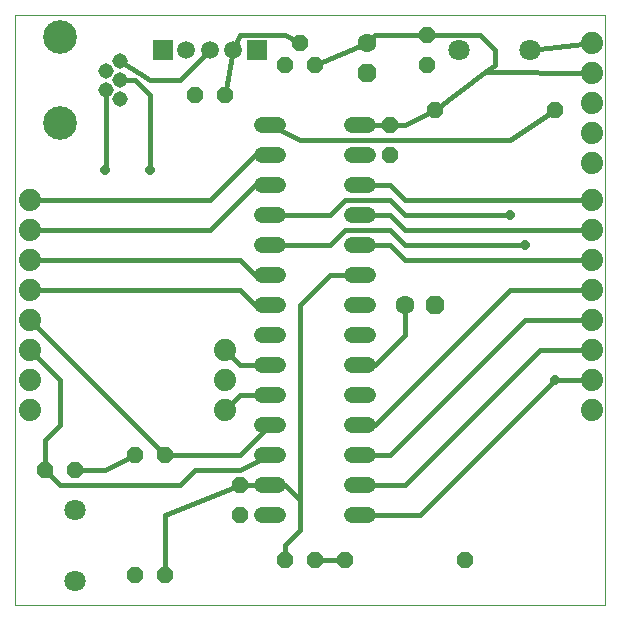
<source format=gtl>
G75*
%MOIN*%
%OFA0B0*%
%FSLAX25Y25*%
%IPPOS*%
%LPD*%
%AMOC8*
5,1,8,0,0,1.08239X$1,22.5*
%
%ADD10C,0.00000*%
%ADD11C,0.07400*%
%ADD12OC8,0.05200*%
%ADD13C,0.06300*%
%ADD14OC8,0.06300*%
%ADD15C,0.05150*%
%ADD16C,0.11220*%
%ADD17C,0.07087*%
%ADD18C,0.05200*%
%ADD19C,0.05937*%
%ADD20R,0.07087X0.07087*%
%ADD21C,0.01600*%
%ADD22OC8,0.03169*%
D10*
X0001800Y0001800D02*
X0001800Y0198650D01*
X0198650Y0198650D01*
X0198650Y0001800D01*
X0001800Y0001800D01*
D11*
X0006800Y0066800D03*
X0006800Y0076800D03*
X0006800Y0086800D03*
X0006800Y0096800D03*
X0006800Y0106800D03*
X0006800Y0116800D03*
X0006800Y0126800D03*
X0006800Y0136800D03*
X0071800Y0086800D03*
X0071800Y0076800D03*
X0071800Y0066800D03*
X0194300Y0066800D03*
X0194300Y0076800D03*
X0194300Y0086800D03*
X0194300Y0096800D03*
X0194300Y0106800D03*
X0194300Y0116800D03*
X0194300Y0126800D03*
X0194300Y0136800D03*
X0194300Y0149300D03*
X0194300Y0159300D03*
X0194300Y0169300D03*
X0194300Y0179300D03*
X0194300Y0189300D03*
D12*
X0181800Y0166800D03*
X0141800Y0166800D03*
X0139300Y0181800D03*
X0139300Y0191800D03*
X0126800Y0161800D03*
X0126800Y0151800D03*
X0101800Y0181800D03*
X0096800Y0189300D03*
X0091800Y0181800D03*
X0071800Y0171800D03*
X0061800Y0171800D03*
X0051800Y0051800D03*
X0041800Y0051800D03*
X0021800Y0046800D03*
X0011800Y0046800D03*
X0041800Y0011800D03*
X0051800Y0011800D03*
X0076800Y0031800D03*
X0076800Y0041800D03*
X0091800Y0016800D03*
X0101800Y0016800D03*
X0111800Y0016800D03*
X0151800Y0016800D03*
D13*
X0131800Y0101800D03*
X0119300Y0189300D03*
D14*
X0119300Y0179300D03*
X0141800Y0101800D03*
D15*
X0036879Y0170501D03*
X0032154Y0173650D03*
X0036879Y0176800D03*
X0032154Y0179950D03*
X0036879Y0183099D03*
D16*
X0016800Y0191170D03*
X0016800Y0162430D03*
D17*
X0021800Y0033611D03*
X0021800Y0009989D03*
X0149989Y0186800D03*
X0173611Y0186800D03*
D18*
X0119400Y0161800D02*
X0114200Y0161800D01*
X0114200Y0151800D02*
X0119400Y0151800D01*
X0119400Y0141800D02*
X0114200Y0141800D01*
X0114200Y0131800D02*
X0119400Y0131800D01*
X0119400Y0121800D02*
X0114200Y0121800D01*
X0114200Y0111800D02*
X0119400Y0111800D01*
X0119400Y0101800D02*
X0114200Y0101800D01*
X0114200Y0091800D02*
X0119400Y0091800D01*
X0119400Y0081800D02*
X0114200Y0081800D01*
X0114200Y0071800D02*
X0119400Y0071800D01*
X0119400Y0061800D02*
X0114200Y0061800D01*
X0114200Y0051800D02*
X0119400Y0051800D01*
X0119400Y0041800D02*
X0114200Y0041800D01*
X0114200Y0031800D02*
X0119400Y0031800D01*
X0089400Y0031800D02*
X0084200Y0031800D01*
X0084200Y0041800D02*
X0089400Y0041800D01*
X0089400Y0051800D02*
X0084200Y0051800D01*
X0084200Y0061800D02*
X0089400Y0061800D01*
X0089400Y0071800D02*
X0084200Y0071800D01*
X0084200Y0081800D02*
X0089400Y0081800D01*
X0089400Y0091800D02*
X0084200Y0091800D01*
X0084200Y0101800D02*
X0089400Y0101800D01*
X0089400Y0111800D02*
X0084200Y0111800D01*
X0084200Y0121800D02*
X0089400Y0121800D01*
X0089400Y0131800D02*
X0084200Y0131800D01*
X0084200Y0141800D02*
X0089400Y0141800D01*
X0089400Y0151800D02*
X0084200Y0151800D01*
X0084200Y0161800D02*
X0089400Y0161800D01*
D19*
X0074674Y0186800D03*
X0066800Y0186800D03*
X0058926Y0186800D03*
D20*
X0051052Y0186800D03*
X0082548Y0186800D03*
D21*
X0076800Y0191800D02*
X0091800Y0191800D01*
X0096800Y0189300D01*
X0101800Y0181800D02*
X0119300Y0189300D01*
X0121800Y0191800D01*
X0139300Y0191800D01*
X0156800Y0191800D01*
X0161800Y0186800D01*
X0161800Y0181800D01*
X0158600Y0179400D01*
X0194300Y0179300D01*
X0194300Y0189300D02*
X0173611Y0186800D01*
X0158600Y0179400D02*
X0141800Y0166800D01*
X0131800Y0161800D01*
X0126800Y0161800D01*
X0116800Y0161800D01*
X0116800Y0141800D02*
X0126800Y0141800D01*
X0131800Y0136800D01*
X0194300Y0136800D01*
X0194300Y0126800D02*
X0131800Y0126800D01*
X0126800Y0131800D01*
X0116800Y0131800D01*
X0111800Y0126800D02*
X0126800Y0126800D01*
X0131800Y0121800D01*
X0171800Y0121800D01*
X0166800Y0131800D02*
X0131800Y0131800D01*
X0126800Y0136800D01*
X0111800Y0136800D01*
X0106800Y0131800D01*
X0086800Y0131800D01*
X0086800Y0141800D02*
X0081800Y0141800D01*
X0066800Y0126800D01*
X0006800Y0126800D01*
X0006800Y0116800D02*
X0076800Y0116800D01*
X0081800Y0111800D01*
X0086800Y0111800D01*
X0086800Y0101800D02*
X0081800Y0101800D01*
X0076800Y0106800D01*
X0006800Y0106800D01*
X0006800Y0096800D02*
X0051800Y0051800D01*
X0076800Y0051800D01*
X0086800Y0061800D01*
X0086800Y0071800D02*
X0076800Y0071800D01*
X0071800Y0066800D01*
X0076800Y0081800D02*
X0086800Y0081800D01*
X0076800Y0081800D02*
X0071800Y0086800D01*
X0096800Y0101800D02*
X0106800Y0111800D01*
X0116800Y0111800D01*
X0116800Y0121800D02*
X0126800Y0121800D01*
X0131800Y0116800D01*
X0194300Y0116800D01*
X0194300Y0106800D02*
X0166800Y0106800D01*
X0121800Y0061800D01*
X0116800Y0061800D01*
X0116800Y0051800D02*
X0126800Y0051800D01*
X0171800Y0096800D01*
X0194300Y0096800D01*
X0194300Y0086800D02*
X0176800Y0086800D01*
X0131800Y0041800D01*
X0116800Y0041800D01*
X0116800Y0031800D02*
X0136800Y0031800D01*
X0181800Y0076800D01*
X0194300Y0076800D01*
X0131800Y0091800D02*
X0121800Y0081800D01*
X0116800Y0081800D01*
X0131800Y0091800D02*
X0131800Y0101800D01*
X0106800Y0121800D02*
X0111800Y0126800D01*
X0106800Y0121800D02*
X0086800Y0121800D01*
X0096800Y0101800D02*
X0096800Y0036800D01*
X0091800Y0041800D01*
X0086800Y0041800D01*
X0076800Y0041800D01*
X0051800Y0031800D01*
X0051800Y0011800D01*
X0056800Y0041800D02*
X0016800Y0041800D01*
X0011800Y0046800D01*
X0011800Y0056800D01*
X0016800Y0061800D01*
X0016800Y0076800D01*
X0006800Y0086800D01*
X0031800Y0046800D02*
X0041800Y0051800D01*
X0031800Y0046800D02*
X0021800Y0046800D01*
X0056800Y0041800D02*
X0061800Y0046800D01*
X0076800Y0046800D01*
X0086800Y0051800D01*
X0096800Y0036800D02*
X0096800Y0026800D01*
X0091800Y0021800D01*
X0091800Y0016800D01*
X0101800Y0016800D02*
X0111800Y0016800D01*
X0066800Y0136800D02*
X0006800Y0136800D01*
X0031800Y0146800D02*
X0032154Y0147154D01*
X0032154Y0173650D01*
X0036879Y0176800D02*
X0041800Y0176800D01*
X0046800Y0171800D01*
X0046800Y0146800D01*
X0066800Y0136800D02*
X0081800Y0151800D01*
X0086800Y0151800D01*
X0086800Y0161800D02*
X0096800Y0156800D01*
X0166800Y0156800D01*
X0181800Y0166800D01*
X0076800Y0191800D02*
X0074674Y0186800D01*
X0071800Y0171800D01*
X0056800Y0176800D02*
X0066800Y0186800D01*
X0056800Y0176800D02*
X0046800Y0176800D01*
X0036879Y0183099D01*
D22*
X0031800Y0146800D03*
X0046800Y0146800D03*
X0166800Y0131800D03*
X0171800Y0121800D03*
X0181800Y0076800D03*
M02*

</source>
